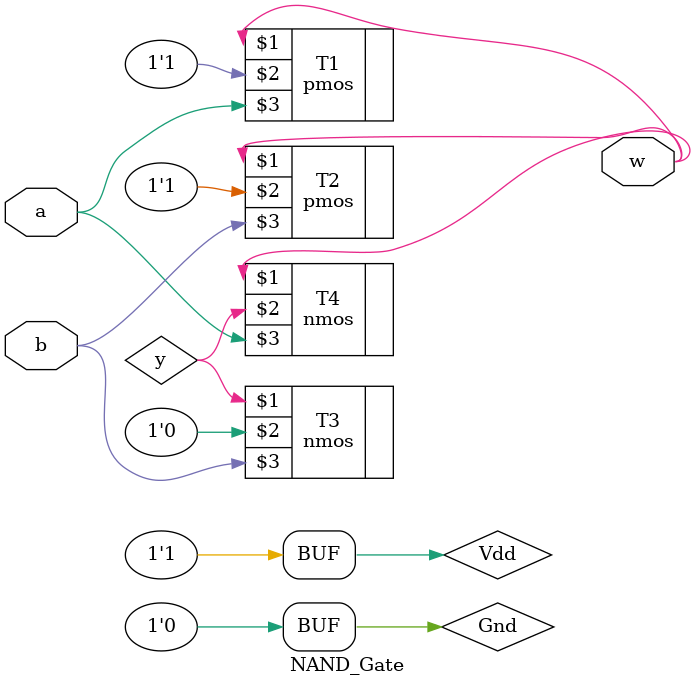
<source format=v>
`timescale 1ns/1ns
module NAND_Gate(input a, b, output w);
 wire y;
 supply1 Vdd;
 supply0 Gnd;
 pmos #(5,6,7) T1(w,Vdd,a);
 pmos #(5,6,7) T2(w,Vdd,b);
 nmos #(3,4,5) T3(y,Gnd,b);
 nmos #(3,4,5) T4(w,y,a);
endmodule
</source>
